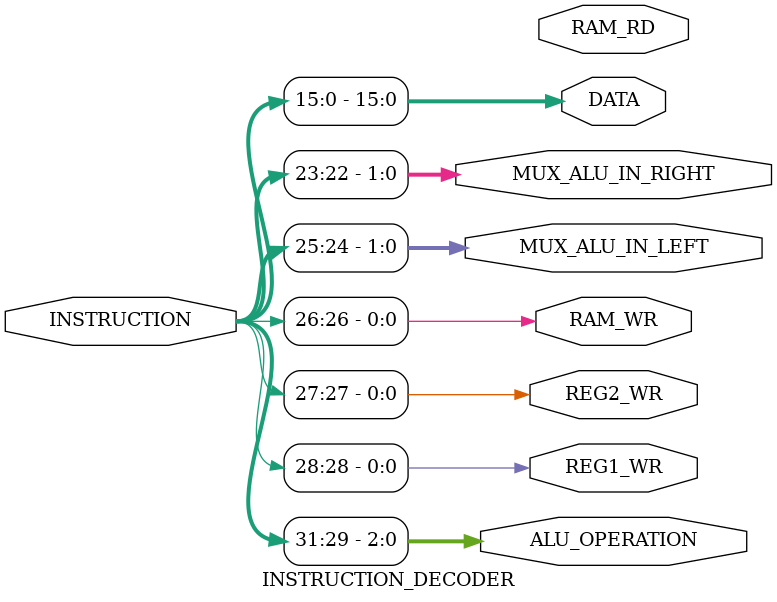
<source format=v>
/**
* Extracts and decodes information from FLASH memory to generate control signals for corresponding SoC modules
*
* INSTRUCTION: Encodes the operation to be performed. It includes the opcode and possibly additional data
               such as constants or address offsets.
* ALU_OPERATION: Maps to a specific function of the Arithmetic Logic Unit, such as addition, subtraction,
                 AND, OR, etc.
* REG1_WR and REG2_WR: Control whether new data can be written into Register 1 or Register 2. These are
                       often set by specific instructions that modify register contents.
* RAM_WR and RAM_RD: Enable writing or reading from the RAM. These signals ensure data transfer occurs
                     only when the appropriate instruction is executed.
* MUX_ALU_IN_LEFT and MUX_ALU_IN_RIGHT: These determine the source of inputs for the ALU, such as data
                                        from a register, immediate values, or RAM.
* DATA: This output extracts the lower 16 bits of the INSTRUCTION. It is often used in operations that
        involve immediate values, such as loading a constant into a register or performing arithmetic with
        a specified constant.
*/

module INSTRUCTION_DECODER(
 input  [31:0] INSTRUCTION,      // 32-bit encoded instruction to be decoded.
 output [ 2:0] ALU_OPERATION,    // Specifies the arithmetic or logical operation for the ALU.
 output        REG1_WR,          // Write enable signal for Register 1.
 output        REG2_WR,          // Write enable signal for Register 2.
 output        RAM_WR,           // Write enable signal for RAM.
 output        RAM_RD,           // Read enable signal for RAM.
 output [ 1:0] MUX_ALU_IN_LEFT,  // Select signal for the left input of the ALU multiplexer.
 output [ 1:0] MUX_ALU_IN_RIGHT, // Select signal for the right input of the ALU multiplexer.
 output [15:0] DATA              // Contains data derived from the immediate value in the instruction.
 );

 reg    [ 2:0] ALU_OPERATION;
 reg           REG1_WR;
 reg           REG2_WR;
 reg           RAM_WR;
 reg    [ 1:0] MUX_ALU_IN_LEFT;
 reg    [ 1:0] MUX_ALU_IN_RIGHT;
 reg    [15:0] DATA;

 always @(INSTRUCTION) begin
  ALU_OPERATION    <= INSTRUCTION[31:29];
  REG1_WR          <= INSTRUCTION[   28];
  REG2_WR          <= INSTRUCTION[   27];
  RAM_WR           <= INSTRUCTION[   26];
  MUX_ALU_IN_LEFT  <= INSTRUCTION[25:24];
  MUX_ALU_IN_RIGHT <= INSTRUCTION[23:22];
  DATA             <= INSTRUCTION[15: 0];
 end
endmodule

</source>
